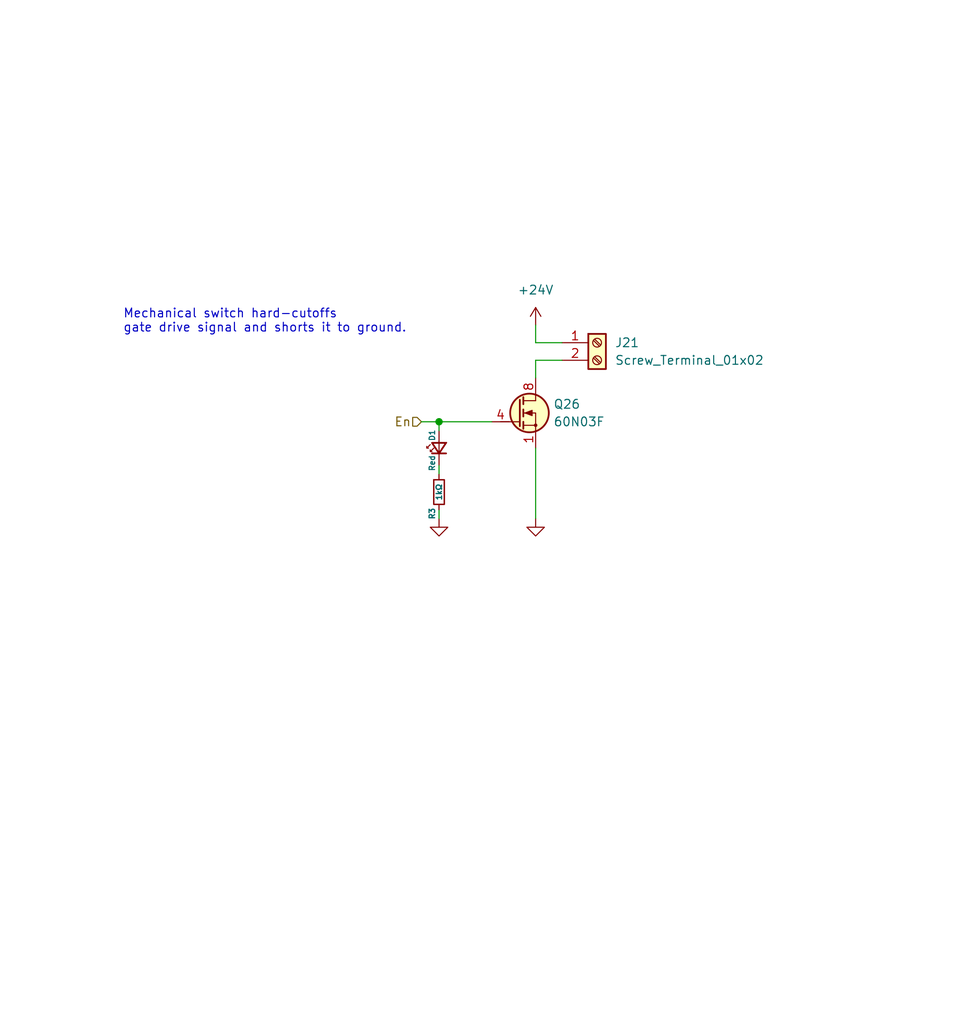
<source format=kicad_sch>
(kicad_sch (version 20230121) (generator eeschema)
  (paper "User" 140.005 148.006)
  (lib_symbols
    (symbol "Connector:Screw_Terminal_01x02" (pin_names (offset 1.016) hide)
      (property "Reference" "J" (at 0 2.54 0))
      (property "Value" "Screw_Terminal_01x02" (at 0 -5.08 0))
      (symbol "Screw_Terminal_01x02_1_1"
        (rectangle (start -1.27 1.27) (end 1.27 -3.81) (stroke (width 0.254)) (fill (type background)))
        (circle (center 0 -2.54) (radius 0.635) (stroke (width 0.1524)))
        (polyline (pts (xy -0.5334 -2.2098) (xy 0.3302 -3.048)) (stroke (width 0.1524)))
        (polyline (pts (xy -0.5334 0.3302) (xy 0.3302 -0.508)) (stroke (width 0.1524)))
        (polyline (pts (xy -0.3556 -2.032) (xy 0.508 -2.8702)) (stroke (width 0.1524)))
        (polyline (pts (xy -0.3556 0.508) (xy 0.508 -0.3302)) (stroke (width 0.1524)))
        (circle (center 0 0) (radius 0.635) (stroke (width 0.1524)))
        (pin passive line (at -5.08 0 0) (length 3.81) (name "Pin_1") (number "1"))
        (pin passive line (at -5.08 -2.54 0) (length 3.81) (name "Pin_2") (number "2"))
      )
    )
    (symbol "Device:LED_Small" (pin_numbers hide) (pin_names (offset 0.254) hide)
      (property "Reference" "D" (at -1.27 3.175 0))
      (property "Value" "LED_Small" (at -4.445 -2.54 0))
      (symbol "LED_Small_0_1"
        (polyline (pts (xy -0.762 -1.016) (xy -0.762 1.016)) (stroke (width 0.254)))
        (polyline (pts (xy 1.016 0) (xy -0.762 0)))
        (polyline (pts (xy 0.762 -1.016) (xy -0.762 0) (xy 0.762 1.016) (xy 0.762 -1.016)) (stroke (width 0.254)))
        (polyline (pts (xy 0 0.762) (xy -0.508 1.27) (xy -0.254 1.27) (xy -0.508 1.27) (xy -0.508 1.016)))
        (polyline (pts (xy 0.508 1.27) (xy 0 1.778) (xy 0.254 1.778) (xy 0 1.778) (xy 0 1.524)))
      )
      (symbol "LED_Small_1_1"
        (pin passive line (at -2.54 0 0) (length 1.778) (name "K") (number "1"))
        (pin passive line (at 2.54 0 180) (length 1.778) (name "A") (number "2"))
      )
    )
    (symbol "Device:R_Small" (pin_numbers hide) (pin_names (offset 0.254) hide)
      (property "Reference" "R" (at 0.762 0.508 0))
      (property "Value" "R_Small" (at 0.762 -1.016 0))
      (symbol "R_Small_0_1"
        (rectangle (start -0.762 1.778) (end 0.762 -1.778) (stroke (width 0.2032)))
      )
      (symbol "R_Small_1_1"
        (pin passive line (at 0 2.54 270) (length 0.762) (name "~") (number "1"))
        (pin passive line (at 0 -2.54 90) (length 0.762) (name "~") (number "2"))
      )
    )
    (symbol "corevus:Q_NMOS-E_Generic_SSSGDDDD" (pin_names hide)
      (property "Reference" "Q" (at 5.08 1.27 0))
      (property "Value" "Q_NMOS-E_Generic_SSSGDDDD" (at 5.08 -1.27 0))
      (symbol "Q_NMOS-E_Generic_SSSGDDDD_0_1"
        (polyline (pts (xy 0.254 -1.27) (xy -2.54 -1.27)))
        (polyline (pts (xy 0.254 1.905) (xy 0.254 -1.905)) (stroke (width 0.254)))
        (polyline (pts (xy 0.762 -1.778) (xy 2.54 -1.778)))
        (polyline (pts (xy 0.762 -1.27) (xy 0.762 -2.286)) (stroke (width 0.254)))
        (polyline (pts (xy 0.762 0.508) (xy 0.762 -0.508)) (stroke (width 0.254)))
        (polyline (pts (xy 0.762 2.286) (xy 0.762 1.27)) (stroke (width 0.254)))
        (polyline (pts (xy 2.54 1.778) (xy 0.762 1.778)))
        (polyline (pts (xy 2.54 2.54) (xy 2.54 1.778)))
        (polyline (pts (xy 2.54 -2.54) (xy 2.54 0) (xy 0.762 0)))
        (polyline (pts (xy 1.016 0) (xy 2.032 0.381) (xy 2.032 -0.381) (xy 1.016 0)) (fill (type outline)))
        (circle (center 1.651 0) (radius 2.794) (stroke (width 0.254)) (fill (type background)))
        (circle (center 2.54 -1.778) (radius 0.1778) (fill (type outline)))
      )
      (symbol "Q_NMOS-E_Generic_SSSGDDDD_1_1"
        (pin passive line (at 2.54 -5.08 90) (length 2.54) (name "S") (number "1"))
        (pin passive line (at 2.54 -5.08 90) (length 2.54) hide (name "S") (number "2"))
        (pin passive line (at 2.54 -5.08 90) (length 2.54) hide (name "S") (number "3"))
        (pin input line (at -3.81 -1.27 0) (length 2.54) (name "G") (number "4"))
        (pin passive line (at 2.54 5.08 270) (length 2.54) hide (name "D") (number "5"))
        (pin passive line (at 2.54 5.08 270) (length 2.54) hide (name "D") (number "6"))
        (pin passive line (at 2.54 5.08 270) (length 2.54) hide (name "D") (number "7"))
        (pin passive line (at 2.54 5.08 270) (length 2.54) (name "D") (number "8"))
      )
    )
    (symbol "power:+24V" (power) (pin_names (offset 0))
      (property "Value" "+24V" (at 0 3.556 0))
      (symbol "+24V_0_1"
        (polyline (pts (xy -0.762 1.27) (xy 0 2.54)))
        (polyline (pts (xy 0 0) (xy 0 2.54)))
        (polyline (pts (xy 0 2.54) (xy 0.762 1.27)))
      )
      (symbol "+24V_1_1"
        (pin power_in line (at 0 0 90) (length 0) hide (name "+24V") (number "1"))
      )
    )
    (symbol "power:GND" (power) (pin_names (offset 0))
      (property "Value" "GND" (at 0 -3.81 0))
      (symbol "GND_0_1"
        (polyline (pts (xy 0 0) (xy 0 -1.27) (xy 1.27 -1.27) (xy 0 -2.54) (xy -1.27 -1.27) (xy 0 -1.27)))
      )
      (symbol "GND_1_1"
        (pin power_in line (at 0 0 270) (length 0) hide (name "GND") (number "1"))
      )
    )
  )
  (junction (at 63.5 60.96))
  (wire (pts (xy 63.5 60.96) (xy 63.5 62.23)))
  (wire (pts (xy 77.47 52.07) (xy 77.47 54.61)))
  (wire (pts (xy 81.28 52.07) (xy 77.47 52.07)))
  (wire (pts (xy 77.47 46.99) (xy 77.47 49.53)))
  (wire (pts (xy 81.28 49.53) (xy 77.47 49.53)))
  (wire (pts (xy 63.5 68.58) (xy 63.5 67.31)))
  (wire (pts (xy 60.96 60.96) (xy 63.5 60.96)))
  (wire (pts (xy 63.5 60.96) (xy 71.12 60.96)))
  (wire (pts (xy 77.47 74.93) (xy 77.47 64.77)))
  (wire (pts (xy 63.5 74.93) (xy 63.5 73.66)))
  (text "Mechanical switch hard-cutoffs \ngate drive signal and shorts it to ground." (at 17.78 48.26 0) (effects (font (size 1.27 1.27)) (justify left bottom)))
  (hierarchical_label "En" (shape input) (at 60.96 60.96 180))
  (symbol (lib_id "Connector:Screw_Terminal_01x02") (at 86.36 49.53 0) (unit 1)
    (property "Reference" "J21" (at 88.9 49.53 0) (effects (justify left)))
    (property "Value" "Screw_Terminal_01x02" (at 88.9 52.07 0) (effects (justify left)))
    (property "Footprint" "corevus:DB125-3.81-2P" (effects hide))
    (instances (project "corevus-k" (path "" (reference "J21") (unit 1)) (path "" (reference "J20") (unit 1)) (path "" (reference "J22") (unit 1)) (path "" (reference "J23") (unit 1))))
  )
  (symbol (lib_id "power:GND") (at 77.47 74.93 0) (unit 1)
    (property "Reference" "#PWR0118" (effects hide))
    (property "Value" "GND" (effects hide))
    (instances (project "corevus-k" (path "" (reference "#PWR0118") (unit 1)) (path "" (reference "#PWR0186") (unit 1)) (path "" (reference "#PWR0185") (unit 1)) (path "" (reference "#PWR0187") (unit 1)) (path "" (reference "#PWR0188") (unit 1))))
  )
  (symbol (lib_id "power:+24V") (at 77.47 46.99 0) (unit 1)
    (property "Reference" "#PWR0197" (effects hide))
    (property "Value" "+24V" (at 77.47 41.91 0))
    (instances (project "corevus-k" (path "" (reference "#PWR0197") (unit 1)) (path "" (reference "#PWR0193") (unit 1)) (path "" (reference "#PWR0201") (unit 1)) (path "" (reference "#PWR0210") (unit 1))))
  )
  (symbol (lib_id "Device:LED_Small") (at 63.5 64.77 90) (unit 1)
    (property "Reference" "D1" (at 62.5 63.77 0) (effects (font (size 0.8 0.8)) (justify left)))
    (property "Value" "Red" (at 62.5 65.77 0) (effects (font (size 0.8 0.8)) (justify right)))
    (property "Footprint" "AlphaLib:0402LED" (effects hide))
    (instances (project "driver-tmc5160" (path "" (reference "D1") (unit 1))) (project "corevus-k" (path "" (reference "D18") (unit 1)) (path "" (reference "D9") (unit 1)) (path "" (reference "D10") (unit 1)) (path "" (reference "D11") (unit 1)) (path "" (reference "D12") (unit 1))))
  )
  (symbol (lib_id "power:GND") (at 63.5 74.93 0) (unit 1)
    (property "Reference" "#PWR0161" (effects hide))
    (property "Value" "GND" (effects hide))
    (instances (project "corevus-k" (path "" (reference "#PWR0161") (unit 1)) (path "" (reference "#PWR0190") (unit 1)) (path "" (reference "#PWR0194") (unit 1)) (path "" (reference "#PWR0198") (unit 1)) (path "" (reference "#PWR0207") (unit 1))))
  )
  (symbol (lib_id "corevus:Q_NMOS-E_Generic_SSSGDDDD") (at 74.93 59.69 0) (unit 1)
    (property "Reference" "Q26" (at 80.01 58.42 0) (effects (justify left)))
    (property "Value" "60N03F" (at 80.01 60.96 0) (effects (justify left)))
    (property "Footprint" "corevus:MOSFET_DFN8" (effects hide))
    (instances (project "corevus-k" (path "" (reference "Q26") (unit 1)) (path "" (reference "Q23") (unit 1)) (path "" (reference "Q24") (unit 1)) (path "" (reference "Q25") (unit 1))))
  )
  (symbol (lib_id "Device:R_Small") (at 63.5 71.12 0) (mirror y) (unit 1)
    (property "Reference" "R3" (at 62.5 73.39 90) (effects (font (size 0.8 0.8)) (justify right)))
    (property "Value" "1kΩ" (at 63.5 71.12 90) (effects (font (size 0.8 0.8))))
    (property "Footprint" "AlphaLib:0402R" (effects hide))
    (instances (project "driver-tmc5160" (path "" (reference "R3") (unit 1))) (project "corevus-k" (path "" (reference "R76") (unit 1)) (path "" (reference "R59") (unit 1)) (path "" (reference "R61") (unit 1)) (path "" (reference "R63") (unit 1)) (path "" (reference "R65") (unit 1))))
  )
)
</source>
